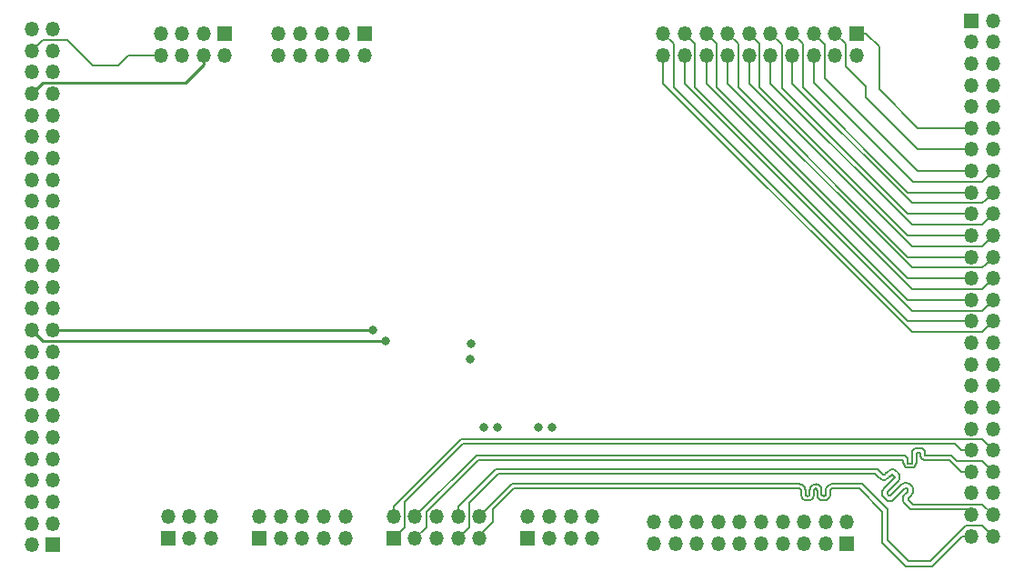
<source format=gbr>
G04 #@! TF.GenerationSoftware,KiCad,Pcbnew,(5.1.2)-1*
G04 #@! TF.CreationDate,2019-06-05T20:45:29-04:00*
G04 #@! TF.ProjectId,riser,72697365-722e-46b6-9963-61645f706362,rev?*
G04 #@! TF.SameCoordinates,Original*
G04 #@! TF.FileFunction,Copper,L1,Top*
G04 #@! TF.FilePolarity,Positive*
%FSLAX46Y46*%
G04 Gerber Fmt 4.6, Leading zero omitted, Abs format (unit mm)*
G04 Created by KiCad (PCBNEW (5.1.2)-1) date 2019-06-05 20:45:29*
%MOMM*%
%LPD*%
G04 APERTURE LIST*
%ADD10O,1.350000X1.350000*%
%ADD11R,1.350000X1.350000*%
%ADD12C,0.800000*%
%ADD13C,0.200000*%
%ADD14C,0.250000*%
G04 APERTURE END LIST*
D10*
X93300000Y-71600000D03*
X95300000Y-71600000D03*
X93300000Y-73600000D03*
X95300000Y-73600000D03*
X93300000Y-75600000D03*
X95300000Y-75600000D03*
X93300000Y-77600000D03*
X95300000Y-77600000D03*
X93300000Y-79600000D03*
X95300000Y-79600000D03*
X93300000Y-81600000D03*
X95300000Y-81600000D03*
X93300000Y-83600000D03*
X95300000Y-83600000D03*
X93300000Y-85600000D03*
X95300000Y-85600000D03*
X93300000Y-87600000D03*
X95300000Y-87600000D03*
X93300000Y-89600000D03*
X95300000Y-89600000D03*
X93300000Y-91600000D03*
X95300000Y-91600000D03*
X93300000Y-93600000D03*
X95300000Y-93600000D03*
X93300000Y-95600000D03*
X95300000Y-95600000D03*
X93300000Y-97600000D03*
X95300000Y-97600000D03*
X93300000Y-99600000D03*
X95300000Y-99600000D03*
X93300000Y-101600000D03*
X95300000Y-101600000D03*
X93300000Y-103600000D03*
X95300000Y-103600000D03*
X93300000Y-105600000D03*
X95300000Y-105600000D03*
X93300000Y-107600000D03*
X95300000Y-107600000D03*
X93300000Y-109600000D03*
X95300000Y-109600000D03*
X93300000Y-111600000D03*
X95300000Y-111600000D03*
X93300000Y-113600000D03*
X95300000Y-113600000D03*
X93300000Y-115600000D03*
X95300000Y-115600000D03*
X93300000Y-117600000D03*
X95300000Y-117600000D03*
X93300000Y-119600000D03*
D11*
X95300000Y-119600000D03*
D10*
X182800000Y-118800000D03*
X180800000Y-118800000D03*
X182800000Y-116800000D03*
X180800000Y-116800000D03*
X182800000Y-114800000D03*
X180800000Y-114800000D03*
X182800000Y-112800000D03*
X180800000Y-112800000D03*
X182800000Y-110800000D03*
X180800000Y-110800000D03*
X182800000Y-108800000D03*
X180800000Y-108800000D03*
X182800000Y-106800000D03*
X180800000Y-106800000D03*
X182800000Y-104800000D03*
X180800000Y-104800000D03*
X182800000Y-102800000D03*
X180800000Y-102800000D03*
X182800000Y-100800000D03*
X180800000Y-100800000D03*
X182800000Y-98800000D03*
X180800000Y-98800000D03*
X182800000Y-96800000D03*
X180800000Y-96800000D03*
X182800000Y-94800000D03*
X180800000Y-94800000D03*
X182800000Y-92800000D03*
X180800000Y-92800000D03*
X182800000Y-90800000D03*
X180800000Y-90800000D03*
X182800000Y-88800000D03*
X180800000Y-88800000D03*
X182800000Y-86800000D03*
X180800000Y-86800000D03*
X182800000Y-84800000D03*
X180800000Y-84800000D03*
X182800000Y-82800000D03*
X180800000Y-82800000D03*
X182800000Y-80800000D03*
X180800000Y-80800000D03*
X182800000Y-78800000D03*
X180800000Y-78800000D03*
X182800000Y-76800000D03*
X180800000Y-76800000D03*
X182800000Y-74800000D03*
X180800000Y-74800000D03*
X182800000Y-72800000D03*
X180800000Y-72800000D03*
X182800000Y-70800000D03*
D11*
X180800000Y-70800000D03*
D10*
X145500000Y-117000000D03*
X145500000Y-119000000D03*
X143500000Y-117000000D03*
X143500000Y-119000000D03*
X141500000Y-117000000D03*
X141500000Y-119000000D03*
X139500000Y-117000000D03*
D11*
X139500000Y-119000000D03*
D10*
X122500000Y-117000000D03*
X122500000Y-119000000D03*
X120500000Y-117000000D03*
X120500000Y-119000000D03*
X118500000Y-117000000D03*
X118500000Y-119000000D03*
X116500000Y-117000000D03*
X116500000Y-119000000D03*
X114500000Y-117000000D03*
D11*
X114500000Y-119000000D03*
D10*
X135000000Y-117000000D03*
X135000000Y-119000000D03*
X133000000Y-117000000D03*
X133000000Y-119000000D03*
X131000000Y-117000000D03*
X131000000Y-119000000D03*
X129000000Y-117000000D03*
X129000000Y-119000000D03*
X127000000Y-117000000D03*
D11*
X127000000Y-119000000D03*
D10*
X105300000Y-74000000D03*
X105300000Y-72000000D03*
X107300000Y-74000000D03*
X107300000Y-72000000D03*
X109300000Y-74000000D03*
X109300000Y-72000000D03*
X111300000Y-74000000D03*
D11*
X111300000Y-72000000D03*
D10*
X116300000Y-74000000D03*
X116300000Y-72000000D03*
X118300000Y-74000000D03*
X118300000Y-72000000D03*
X120300000Y-74000000D03*
X120300000Y-72000000D03*
X122300000Y-74000000D03*
X122300000Y-72000000D03*
X124300000Y-74000000D03*
D11*
X124300000Y-72000000D03*
D10*
X152100000Y-74000000D03*
X152100000Y-72000000D03*
X154100000Y-74000000D03*
X154100000Y-72000000D03*
X156100000Y-74000000D03*
X156100000Y-72000000D03*
X158100000Y-74000000D03*
X158100000Y-72000000D03*
X160100000Y-74000000D03*
X160100000Y-72000000D03*
X162100000Y-74000000D03*
X162100000Y-72000000D03*
X164100000Y-74000000D03*
X164100000Y-72000000D03*
X166100000Y-74000000D03*
X166100000Y-72000000D03*
X168100000Y-74000000D03*
X168100000Y-72000000D03*
X170100000Y-74000000D03*
D11*
X170100000Y-72000000D03*
D10*
X110000000Y-117000000D03*
X110000000Y-119000000D03*
X108000000Y-117000000D03*
X108000000Y-119000000D03*
X106000000Y-117000000D03*
D11*
X106000000Y-119000000D03*
D10*
X151220040Y-117494080D03*
X151220040Y-119494080D03*
X153220040Y-117494080D03*
X153220040Y-119494080D03*
X155220040Y-117494080D03*
X155220040Y-119494080D03*
X157220040Y-117494080D03*
X157220040Y-119494080D03*
X159220040Y-117494080D03*
X159220040Y-119494080D03*
X161220040Y-117494080D03*
X161220040Y-119494080D03*
X163220040Y-117494080D03*
X163220040Y-119494080D03*
X165220040Y-117494080D03*
X165220040Y-119494080D03*
X167220040Y-117494080D03*
X167220040Y-119494080D03*
X169220040Y-117494080D03*
D11*
X169220040Y-119494080D03*
D12*
X125070000Y-99600002D03*
X126230000Y-100600000D03*
X141720000Y-108640000D03*
X140450000Y-108640000D03*
X136640000Y-108640000D03*
X134213982Y-100906018D03*
X135370000Y-108640000D03*
X134100000Y-102290000D03*
D13*
X182125001Y-99474999D02*
X182800000Y-98800000D01*
X181824999Y-99775001D02*
X182125001Y-99474999D01*
X175254708Y-99775001D02*
X181824999Y-99775001D01*
X152100000Y-76620293D02*
X175254708Y-99775001D01*
X152100000Y-74000000D02*
X152100000Y-76620293D01*
X174845406Y-98800000D02*
X180800000Y-98800000D01*
X153075001Y-77029595D02*
X174845406Y-98800000D01*
X153075001Y-72975001D02*
X153075001Y-77029595D01*
X152100000Y-72000000D02*
X153075001Y-72975001D01*
X182125001Y-97474999D02*
X182800000Y-96800000D01*
X181775001Y-97824999D02*
X182125001Y-97474999D01*
X175304707Y-97824999D02*
X181775001Y-97824999D01*
X154100000Y-76620292D02*
X175304707Y-97824999D01*
X154100000Y-74000000D02*
X154100000Y-76620292D01*
X174845406Y-96800000D02*
X180800000Y-96800000D01*
X155075001Y-77029595D02*
X174845406Y-96800000D01*
X155075001Y-72975001D02*
X155075001Y-77029595D01*
X154100000Y-72000000D02*
X155075001Y-72975001D01*
X182125001Y-95474999D02*
X182800000Y-94800000D01*
X181775001Y-95824999D02*
X182125001Y-95474999D01*
X175304706Y-95824999D02*
X181775001Y-95824999D01*
X156100000Y-76620293D02*
X175304706Y-95824999D01*
X156100000Y-74000000D02*
X156100000Y-76620293D01*
X174845406Y-94800000D02*
X180800000Y-94800000D01*
X157075001Y-77029595D02*
X174845406Y-94800000D01*
X157075001Y-72975001D02*
X157075001Y-77029595D01*
X156100000Y-72000000D02*
X157075001Y-72975001D01*
X182125001Y-93474999D02*
X182800000Y-92800000D01*
X181824999Y-93775001D02*
X182125001Y-93474999D01*
X175254708Y-93775001D02*
X181824999Y-93775001D01*
X158100000Y-76620293D02*
X175254708Y-93775001D01*
X158100000Y-74000000D02*
X158100000Y-76620293D01*
X174845406Y-92800000D02*
X180800000Y-92800000D01*
X159075001Y-77029595D02*
X174845406Y-92800000D01*
X159075001Y-72975001D02*
X159075001Y-77029595D01*
X158100000Y-72000000D02*
X159075001Y-72975001D01*
X182125001Y-91474999D02*
X182800000Y-90800000D01*
X181824999Y-91775001D02*
X182125001Y-91474999D01*
X175254709Y-91775001D02*
X181824999Y-91775001D01*
X160100000Y-76620292D02*
X175254709Y-91775001D01*
X160100000Y-74000000D02*
X160100000Y-76620292D01*
X174845406Y-90800000D02*
X180800000Y-90800000D01*
X161075001Y-77029595D02*
X174845406Y-90800000D01*
X161075001Y-72975001D02*
X161075001Y-77029595D01*
X160100000Y-72000000D02*
X161075001Y-72975001D01*
X182125001Y-89474999D02*
X182800000Y-88800000D01*
X181824999Y-89775001D02*
X182125001Y-89474999D01*
X175254708Y-89775001D02*
X181824999Y-89775001D01*
X162100000Y-76620293D02*
X175254708Y-89775001D01*
X162100000Y-74000000D02*
X162100000Y-76620293D01*
X174845406Y-88800000D02*
X180800000Y-88800000D01*
X163124999Y-77079593D02*
X174845406Y-88800000D01*
X163124999Y-73024999D02*
X163124999Y-77079593D01*
X162100000Y-72000000D02*
X163124999Y-73024999D01*
X182125001Y-87474999D02*
X182800000Y-86800000D01*
X181824999Y-87775001D02*
X182125001Y-87474999D01*
X175254709Y-87775001D02*
X181824999Y-87775001D01*
X164100000Y-76620292D02*
X175254709Y-87775001D01*
X164100000Y-74000000D02*
X164100000Y-76620292D01*
X174845406Y-86800000D02*
X180800000Y-86800000D01*
X165075001Y-77029595D02*
X174845406Y-86800000D01*
X165075001Y-72975001D02*
X165075001Y-77029595D01*
X164100000Y-72000000D02*
X165075001Y-72975001D01*
X182125001Y-85474999D02*
X182800000Y-84800000D01*
X181824999Y-85775001D02*
X182125001Y-85474999D01*
X175331999Y-85775001D02*
X181824999Y-85775001D01*
X166100000Y-76543002D02*
X175331999Y-85775001D01*
X166100000Y-74000000D02*
X166100000Y-76543002D01*
X175800000Y-84800000D02*
X180800000Y-84800000D01*
X167120000Y-76120000D02*
X175800000Y-84800000D01*
X166100000Y-72000000D02*
X167120000Y-73020000D01*
X167120000Y-73020000D02*
X167120000Y-76120000D01*
X175800000Y-82800000D02*
X180800000Y-82800000D01*
X170930000Y-77930000D02*
X175800000Y-82800000D01*
X170930000Y-76890000D02*
X170930000Y-77930000D01*
X169075001Y-75035001D02*
X170930000Y-76890000D01*
X168100000Y-72000000D02*
X169075001Y-72975001D01*
X169075001Y-72975001D02*
X169075001Y-75035001D01*
X170975000Y-72000000D02*
X172200000Y-73225000D01*
X170100000Y-72000000D02*
X170975000Y-72000000D01*
X172200000Y-77200000D02*
X175800000Y-80800000D01*
X172200000Y-73225000D02*
X172200000Y-77200000D01*
X175800000Y-80800000D02*
X180800000Y-80800000D01*
D14*
X93974999Y-76925001D02*
X93300000Y-77600000D01*
X94300000Y-76600000D02*
X93974999Y-76925001D01*
X107600000Y-76600000D02*
X94300000Y-76600000D01*
X109300000Y-74000000D02*
X109300000Y-74900000D01*
X109300000Y-74900000D02*
X107600000Y-76600000D01*
D13*
X105300000Y-74000000D02*
X102320000Y-74000000D01*
X102320000Y-74000000D02*
X101330000Y-74990000D01*
X101330000Y-74990000D02*
X99000000Y-74990000D01*
X93974999Y-72925001D02*
X93300000Y-73600000D01*
X94324999Y-72575001D02*
X93974999Y-72925001D01*
X96585001Y-72575001D02*
X94324999Y-72575001D01*
X99000000Y-74990000D02*
X96585001Y-72575001D01*
D14*
X105300000Y-72000000D02*
X105070000Y-72000000D01*
X125069998Y-99600000D02*
X125070000Y-99600002D01*
X95300000Y-99600000D02*
X125069998Y-99600000D01*
X93974999Y-100274999D02*
X93300000Y-99600000D01*
X126230000Y-100600000D02*
X94300000Y-100600000D01*
X94300000Y-100600000D02*
X93974999Y-100274999D01*
D13*
X179845406Y-110800000D02*
X180800000Y-110800000D01*
X179220418Y-110175012D02*
X179845406Y-110800000D01*
X133434988Y-110175012D02*
X179220418Y-110175012D01*
X128024999Y-115585001D02*
X133434988Y-110175012D01*
X127000000Y-119000000D02*
X128024999Y-117975001D01*
X128024999Y-117975001D02*
X128024999Y-115585001D01*
X181775001Y-109775001D02*
X182125001Y-110125001D01*
X182125001Y-110125001D02*
X182800000Y-110800000D01*
X127000000Y-116044300D02*
X133269299Y-109775001D01*
X127000000Y-117000000D02*
X127000000Y-116044300D01*
X133269299Y-109775001D02*
X181775001Y-109775001D01*
X175317539Y-112415550D02*
X175411004Y-112382845D01*
X174903524Y-112426637D02*
X175219139Y-112426637D01*
X174557796Y-112260143D02*
X174627815Y-112330162D01*
X174505113Y-112176299D02*
X174557796Y-112260143D01*
X174461322Y-111984434D02*
X174472408Y-112082834D01*
X174461322Y-111757310D02*
X174461322Y-111984434D01*
X174459584Y-111741886D02*
X174461322Y-111757310D01*
X174805124Y-112415550D02*
X174903524Y-112426637D01*
X174454458Y-111727237D02*
X174459584Y-111741886D01*
X174435225Y-111703120D02*
X174446200Y-111714095D01*
X174407434Y-111689736D02*
X174422083Y-111694862D01*
X134877700Y-111688000D02*
X174392011Y-111687999D01*
X130024999Y-116540701D02*
X134877700Y-111688000D01*
X130024999Y-117975001D02*
X130024999Y-116540701D01*
X129000000Y-119000000D02*
X130024999Y-117975001D01*
X174472408Y-112082834D02*
X174505113Y-112176299D01*
X175219139Y-112426637D02*
X175317539Y-112415550D01*
X174392011Y-111687999D02*
X174407434Y-111689736D01*
X174422083Y-111694862D02*
X174435225Y-111703120D01*
X174627815Y-112330162D02*
X174711659Y-112382845D01*
X174446200Y-111714095D02*
X174454458Y-111727237D01*
X174711659Y-112382845D02*
X174805124Y-112415550D01*
X175411004Y-112382845D02*
X175494848Y-112330162D01*
X175494848Y-112330162D02*
X175564867Y-112260143D01*
X175564867Y-112260143D02*
X175617550Y-112176299D01*
X175617550Y-112176299D02*
X175650255Y-112082834D01*
X175650255Y-112082834D02*
X175661342Y-111984434D01*
X175661342Y-111984434D02*
X175661342Y-111487994D01*
X175661342Y-111487994D02*
X175667026Y-111487994D01*
X175667026Y-111487994D02*
X175667026Y-111043672D01*
X175667026Y-111043672D02*
X175668136Y-111033812D01*
X175668136Y-111033812D02*
X175671414Y-111024447D01*
X175671414Y-111024447D02*
X175676693Y-111016045D01*
X175676693Y-111016045D02*
X175683709Y-111009029D01*
X175683709Y-111009029D02*
X175692111Y-111003750D01*
X175692111Y-111003750D02*
X175701476Y-111000472D01*
X175701476Y-111000472D02*
X175711337Y-110999361D01*
X175711337Y-110999361D02*
X176022715Y-110999361D01*
X176022715Y-110999361D02*
X176032575Y-111000472D01*
X176032575Y-111000472D02*
X176041940Y-111003750D01*
X176041940Y-111003750D02*
X176050342Y-111009029D01*
X176050342Y-111009029D02*
X176057358Y-111016045D01*
X176057358Y-111016045D02*
X176062637Y-111024447D01*
X176062637Y-111024447D02*
X176065915Y-111033812D01*
X176065915Y-111033812D02*
X176067026Y-111043672D01*
X176067026Y-111043672D02*
X176067026Y-111269353D01*
X176067026Y-111269353D02*
X176077522Y-111362510D01*
X176077522Y-111362510D02*
X176108485Y-111450997D01*
X176108485Y-111450997D02*
X176158361Y-111530375D01*
X176158361Y-111530375D02*
X176224650Y-111596664D01*
X176224650Y-111596664D02*
X176304028Y-111646540D01*
X176304028Y-111646540D02*
X176392515Y-111677503D01*
X176392515Y-111677503D02*
X176485672Y-111687999D01*
X176485672Y-111687999D02*
X178733406Y-111688000D01*
X178733406Y-111688000D02*
X179845406Y-112800000D01*
X179845406Y-112800000D02*
X180800000Y-112800000D01*
X182125001Y-112125001D02*
X182800000Y-112800000D01*
X181794999Y-111794999D02*
X182125001Y-112125001D01*
X179406105Y-111794999D02*
X181794999Y-111794999D01*
X178899095Y-111287989D02*
X179406105Y-111794999D01*
X176511347Y-111287989D02*
X178899095Y-111287989D01*
X176501486Y-111286879D02*
X176511347Y-111287989D01*
X176492121Y-111283601D02*
X176501486Y-111286879D01*
X176483719Y-111278322D02*
X176492121Y-111283601D01*
X176476703Y-111271306D02*
X176483719Y-111278322D01*
X176471424Y-111262904D02*
X176476703Y-111271306D01*
X176468146Y-111253539D02*
X176471424Y-111262904D01*
X176467036Y-111243678D02*
X176468146Y-111253539D01*
X176467036Y-111017998D02*
X176467036Y-111243678D01*
X176456539Y-110924841D02*
X176467036Y-111017998D01*
X176425576Y-110836354D02*
X176456539Y-110924841D01*
X176375700Y-110756976D02*
X176425576Y-110836354D01*
X176309411Y-110690687D02*
X176375700Y-110756976D01*
X176230033Y-110640811D02*
X176309411Y-110690687D01*
X176141546Y-110609848D02*
X176230033Y-110640811D01*
X176048389Y-110599351D02*
X176141546Y-110609848D01*
X174887428Y-112011505D02*
X174900570Y-112019763D01*
X174900570Y-112019763D02*
X174915219Y-112024889D01*
X175222093Y-112019763D02*
X175235235Y-112011505D01*
X174863069Y-111972739D02*
X174868195Y-111987388D01*
X174876453Y-112000530D02*
X174887428Y-112011505D01*
X174861332Y-111957316D02*
X174863069Y-111972739D01*
X174850245Y-111631791D02*
X174861332Y-111730191D01*
X174861332Y-111730191D02*
X174861332Y-111957316D01*
X174868195Y-111987388D02*
X174876453Y-112000530D01*
X174817540Y-111538326D02*
X174850245Y-111631791D01*
X174915219Y-112024889D02*
X174930643Y-112026627D01*
X174764857Y-111454482D02*
X174817540Y-111538326D01*
X129000000Y-117000000D02*
X134712011Y-111287989D01*
X174419129Y-111287989D02*
X174517529Y-111299075D01*
X175358351Y-110756976D02*
X175424640Y-110690687D01*
X174517529Y-111299075D02*
X174610994Y-111331780D01*
X134712011Y-111287989D02*
X174419129Y-111287989D01*
X174610994Y-111331780D02*
X174694838Y-111384463D01*
X174694838Y-111384463D02*
X174764857Y-111454482D01*
X174930643Y-112026627D02*
X175192021Y-112026627D01*
X175261332Y-111957316D02*
X175261332Y-111487994D01*
X175192021Y-112026627D02*
X175207444Y-112024889D01*
X175207444Y-112024889D02*
X175222093Y-112019763D01*
X175235235Y-112011505D02*
X175246210Y-112000530D01*
X175685662Y-110599351D02*
X176048389Y-110599351D01*
X175246210Y-112000530D02*
X175254468Y-111987388D01*
X175254468Y-111987388D02*
X175259594Y-111972739D01*
X175592505Y-110609848D02*
X175685662Y-110599351D01*
X175259594Y-111972739D02*
X175261332Y-111957316D01*
X175261332Y-111487994D02*
X175267016Y-111487994D01*
X175277512Y-110924841D02*
X175308475Y-110836354D01*
X175267016Y-111487994D02*
X175267016Y-111017998D01*
X175308475Y-110836354D02*
X175358351Y-110756976D01*
X175267016Y-111017998D02*
X175277512Y-110924841D01*
X175424640Y-110690687D02*
X175504018Y-110640811D01*
X175504018Y-110640811D02*
X175592505Y-110609848D01*
X133674999Y-118325001D02*
X133000000Y-119000000D01*
X134024999Y-117975001D02*
X133674999Y-118325001D01*
X136738499Y-112958000D02*
X134024999Y-115671500D01*
X172285773Y-113442862D02*
X172172647Y-113352647D01*
X172416137Y-113505641D02*
X172285773Y-113442862D01*
X172701895Y-113537839D02*
X172557202Y-113537839D01*
X172973324Y-113442862D02*
X172842960Y-113505641D01*
X173086449Y-113352647D02*
X172973324Y-113442862D01*
X173288592Y-113150505D02*
X173086449Y-113352647D01*
X173323607Y-113122581D02*
X173288592Y-113150505D01*
X173363957Y-113103149D02*
X173323607Y-113122581D01*
X173407620Y-113093183D02*
X173363957Y-113103149D01*
X173452406Y-113093183D02*
X173407620Y-113093183D01*
X173496069Y-113103149D02*
X173452406Y-113093183D01*
X173536420Y-113122581D02*
X173496069Y-113103149D01*
X173571435Y-113150505D02*
X173536420Y-113122581D01*
X173599359Y-113185520D02*
X173571435Y-113150505D01*
X173618790Y-113225871D02*
X173599359Y-113185520D01*
X173628756Y-113269534D02*
X173618790Y-113225871D01*
X173628756Y-113314320D02*
X173628756Y-113269534D01*
X173618790Y-113357983D02*
X173628756Y-113314320D01*
X173599359Y-113398333D02*
X173618790Y-113357983D01*
X173571435Y-113433348D02*
X173599359Y-113398333D01*
X173084142Y-113920642D02*
X173571435Y-113433348D01*
X173084141Y-113920641D02*
X173084142Y-113920642D01*
X172651068Y-114353717D02*
X173084141Y-113920641D01*
X172626043Y-114378741D02*
X172651068Y-114353717D01*
X172545475Y-114479772D02*
X172626043Y-114378741D01*
X172489406Y-114596196D02*
X172545475Y-114479772D01*
X172460653Y-114722180D02*
X172489406Y-114596196D01*
X172460653Y-114851402D02*
X172460653Y-114722180D01*
X172489406Y-114977384D02*
X172460653Y-114851402D01*
X172545475Y-115093810D02*
X172489406Y-114977384D01*
X172626044Y-115194841D02*
X172545475Y-115093810D01*
X172779787Y-115348584D02*
X172626044Y-115194841D01*
X172880818Y-115429153D02*
X172779787Y-115348584D01*
X172997242Y-115485220D02*
X172880818Y-115429153D01*
X173123225Y-115513975D02*
X172997242Y-115485220D01*
X173252447Y-115513975D02*
X173123225Y-115513975D01*
X173378430Y-115485220D02*
X173252447Y-115513975D01*
X173494854Y-115429151D02*
X173378430Y-115485220D01*
X173595885Y-115348583D02*
X173494854Y-115429151D01*
X174541279Y-114403192D02*
X173595885Y-115348583D01*
X174576294Y-114375268D02*
X174541279Y-114403192D01*
X174616644Y-114355836D02*
X174576294Y-114375268D01*
X174660307Y-114345870D02*
X174616644Y-114355836D01*
X174705093Y-114345870D02*
X174660307Y-114345870D01*
X174748756Y-114355836D02*
X174705093Y-114345870D01*
X174789107Y-114375268D02*
X174748756Y-114355836D01*
X174824122Y-114403192D02*
X174789107Y-114375268D01*
X174852045Y-114438207D02*
X174824122Y-114403192D01*
X174871477Y-114478557D02*
X174852045Y-114438207D01*
X174881443Y-114522220D02*
X174871477Y-114478557D01*
X174881443Y-114567006D02*
X174881443Y-114522220D01*
X174871477Y-114610669D02*
X174881443Y-114567006D01*
X174852045Y-114651019D02*
X174871477Y-114610669D01*
X174824122Y-114686034D02*
X174852045Y-114651019D01*
X174650000Y-114860157D02*
X174824122Y-114686034D01*
X174621979Y-114888177D02*
X174650000Y-114860157D01*
X174531765Y-115001303D02*
X174621979Y-114888177D01*
X174468985Y-115131667D02*
X174531765Y-115001303D01*
X174436788Y-115272732D02*
X174468985Y-115131667D01*
X172842960Y-113505641D02*
X172701895Y-113537839D01*
X174531765Y-115688854D02*
X174468985Y-115558490D01*
X172557202Y-113537839D02*
X172416137Y-113505641D01*
X171778000Y-112958000D02*
X136738499Y-112958000D01*
X174468985Y-115558490D02*
X174436788Y-115417425D01*
X172172647Y-113352647D02*
X171778000Y-112958000D01*
X134024999Y-115671500D02*
X134024999Y-117975001D01*
X174621979Y-115801979D02*
X174531765Y-115688854D01*
X175080000Y-116260000D02*
X174621979Y-115801979D01*
X174436788Y-115417425D02*
X174436788Y-115272732D01*
X180800000Y-116800000D02*
X180260000Y-116260000D01*
X180260000Y-116260000D02*
X175080000Y-116260000D01*
X172994568Y-114876365D02*
X172976882Y-114854187D01*
X173120440Y-114997746D02*
X173098263Y-114980060D01*
X173145997Y-115010053D02*
X173120440Y-114997746D01*
X173173654Y-115016367D02*
X173145997Y-115010053D01*
X182800000Y-116800000D02*
X181824999Y-115824999D01*
X173255232Y-114997746D02*
X173229675Y-115010053D01*
X173277411Y-114980060D02*
X173255232Y-114997746D01*
X174946144Y-115411134D02*
X174936178Y-115367471D01*
X133000000Y-116045406D02*
X133000000Y-117000000D01*
X174469288Y-113878677D02*
X174338924Y-113941457D01*
X174755046Y-113846480D02*
X174610353Y-113846480D01*
X136487417Y-112557989D02*
X133000000Y-116045406D01*
X174896111Y-113878677D02*
X174755046Y-113846480D01*
X174338924Y-113941457D02*
X174225799Y-114031671D01*
X175026475Y-113941457D02*
X174896111Y-113878677D01*
X175195641Y-114087712D02*
X175139600Y-114031671D01*
X175348635Y-114331202D02*
X175285856Y-114200838D01*
X174225799Y-114031671D02*
X173277411Y-114980060D01*
X175195641Y-115001514D02*
X175285856Y-114888389D01*
X175285856Y-114200838D02*
X175195641Y-114087712D01*
X174610353Y-113846480D02*
X174469288Y-113878677D01*
X174993499Y-115486500D02*
X174965576Y-115451485D01*
X172735954Y-113009051D02*
X172695604Y-113028483D01*
X174965576Y-115238672D02*
X174993499Y-115203657D01*
X172488127Y-112981128D02*
X172064989Y-112557989D01*
X175139600Y-114031671D02*
X175026475Y-113941457D01*
X174946144Y-115279022D02*
X174965576Y-115238672D01*
X174936178Y-115367471D02*
X174936178Y-115322685D01*
X173098263Y-114980060D02*
X172994568Y-114876365D01*
X174936178Y-115322685D02*
X174946144Y-115279022D01*
X174993499Y-115203657D02*
X175195641Y-115001514D01*
X174033170Y-112948151D02*
X173942955Y-112835026D01*
X175348635Y-114758025D02*
X175380833Y-114616960D01*
X173202020Y-115016367D02*
X173173654Y-115016367D01*
X175285856Y-114888389D02*
X175348635Y-114758025D01*
X175380833Y-114616960D02*
X175380833Y-114472267D01*
X173229675Y-115010053D02*
X173202020Y-115016367D01*
X175380833Y-114472267D02*
X175348635Y-114331202D01*
X172976882Y-114854187D02*
X172964573Y-114828629D01*
X172964573Y-114828629D02*
X172958261Y-114800973D01*
X172958261Y-114800973D02*
X172958261Y-114772607D01*
X172958261Y-114772607D02*
X172964573Y-114744951D01*
X172964573Y-114744951D02*
X172976882Y-114719395D01*
X181824999Y-115824999D02*
X175331999Y-115824999D01*
X172976882Y-114719395D02*
X172994568Y-114697217D01*
X172994568Y-114697217D02*
X173427641Y-114264141D01*
X173427641Y-114264141D02*
X173942955Y-113748828D01*
X173942955Y-113748828D02*
X174033170Y-113635702D01*
X175331999Y-115824999D02*
X174993499Y-115486500D01*
X174033170Y-113635702D02*
X174095950Y-113505338D01*
X174095950Y-113505338D02*
X174128147Y-113364273D01*
X174128147Y-113364273D02*
X174128147Y-113219580D01*
X174128147Y-113219580D02*
X174095950Y-113078515D01*
X174965576Y-115451485D02*
X174946144Y-115411134D01*
X174095950Y-113078515D02*
X174033170Y-112948151D01*
X173942955Y-112835026D02*
X173886914Y-112778985D01*
X173886914Y-112778985D02*
X173773789Y-112688771D01*
X173773789Y-112688771D02*
X173643425Y-112625991D01*
X173643425Y-112625991D02*
X173502360Y-112593794D01*
X173502360Y-112593794D02*
X173357667Y-112593794D01*
X173357667Y-112593794D02*
X173216602Y-112625991D01*
X173216602Y-112625991D02*
X173086238Y-112688771D01*
X173086238Y-112688771D02*
X172973113Y-112778985D01*
X172973113Y-112778985D02*
X172770969Y-112981128D01*
X172770969Y-112981128D02*
X172735954Y-113009051D01*
X172695604Y-113028483D02*
X172651941Y-113038449D01*
X172651941Y-113038449D02*
X172607155Y-113038449D01*
X172607155Y-113038449D02*
X172563492Y-113028483D01*
X172563492Y-113028483D02*
X172523142Y-113009051D01*
X172523142Y-113009051D02*
X172488127Y-112981128D01*
X172064989Y-112557989D02*
X136487417Y-112557989D01*
X136259000Y-117445000D02*
X135000000Y-118704000D01*
X136259000Y-116323500D02*
X136259000Y-117445000D01*
X138227500Y-114355000D02*
X136259000Y-116323500D01*
X164779484Y-114360014D02*
X164734980Y-114354999D01*
X164859677Y-114398633D02*
X164821756Y-114374806D01*
X164891346Y-114430302D02*
X164859677Y-114398633D01*
X164934980Y-114554999D02*
X164929965Y-114510495D01*
X164990966Y-115143082D02*
X164949154Y-115023590D01*
X165147836Y-115339790D02*
X165058319Y-115250273D01*
X165255027Y-115407143D02*
X165147836Y-115339790D01*
X165500319Y-115463129D02*
X165374519Y-115448955D01*
X165569660Y-115463129D02*
X165500319Y-115463129D01*
X165695460Y-115448955D02*
X165569660Y-115463129D01*
X165814952Y-115407143D02*
X165695460Y-115448955D01*
X165922143Y-115339790D02*
X165814952Y-115407143D01*
X166011660Y-115250273D02*
X165922143Y-115339790D01*
X166135000Y-114897790D02*
X166120825Y-115023590D01*
X166135000Y-114554999D02*
X166135000Y-114897790D01*
X166140014Y-114510495D02*
X166135000Y-114554999D01*
X166154806Y-114468223D02*
X166140014Y-114510495D01*
X166178633Y-114430302D02*
X166154806Y-114468223D01*
X166248223Y-114374806D02*
X166210302Y-114398633D01*
X166290495Y-114360014D02*
X166248223Y-114374806D01*
X166335000Y-114354999D02*
X166290495Y-114360014D01*
X166234980Y-114354999D02*
X166335000Y-114354999D01*
X166279484Y-114360014D02*
X166234980Y-114354999D01*
X166321756Y-114374806D02*
X166279484Y-114360014D01*
X166359677Y-114398633D02*
X166321756Y-114374806D01*
X166391346Y-114430302D02*
X166359677Y-114398633D01*
X166415173Y-114468223D02*
X166391346Y-114430302D01*
X135000000Y-118704000D02*
X135000000Y-119000000D01*
X166429965Y-114510495D02*
X166415173Y-114468223D01*
X166434980Y-114554999D02*
X166429965Y-114510495D01*
X166558319Y-115250273D02*
X166490966Y-115143082D01*
X166755027Y-115407143D02*
X166647836Y-115339790D01*
X166874519Y-115448955D02*
X166755027Y-115407143D01*
X167620825Y-115023590D02*
X167579013Y-115143082D01*
X167654806Y-114468223D02*
X167640014Y-114510495D01*
X167678633Y-114430302D02*
X167654806Y-114468223D01*
X167710302Y-114398633D02*
X167678633Y-114430302D01*
X164934980Y-114897790D02*
X164934980Y-114554999D01*
X164949154Y-115023590D02*
X164934980Y-114897790D01*
X166490966Y-115143082D02*
X166449154Y-115023590D01*
X167000319Y-115463129D02*
X166874519Y-115448955D01*
X165374519Y-115448955D02*
X165255027Y-115407143D01*
X166079013Y-115143082D02*
X166011660Y-115250273D01*
X166434980Y-114897790D02*
X166434980Y-114554999D01*
X167835000Y-114354999D02*
X167790495Y-114360014D01*
X166647836Y-115339790D02*
X166558319Y-115250273D01*
X167314952Y-115407143D02*
X167195460Y-115448955D01*
X177133200Y-121585000D02*
X174716800Y-121585000D01*
X167069660Y-115463129D02*
X167000319Y-115463129D01*
X167635000Y-114554999D02*
X167635000Y-114897790D01*
X167511660Y-115250273D02*
X167422143Y-115339790D01*
X166210302Y-114398633D02*
X166178633Y-114430302D01*
X167748223Y-114374806D02*
X167710302Y-114398633D01*
X167635000Y-114897790D02*
X167620825Y-115023590D01*
X165058319Y-115250273D02*
X164990966Y-115143082D01*
X167422143Y-115339790D02*
X167314952Y-115407143D01*
X170356800Y-114355000D02*
X167835000Y-114354999D01*
X164929965Y-114510495D02*
X164915173Y-114468223D01*
X174716800Y-121585000D02*
X172515000Y-119383200D01*
X167195460Y-115448955D02*
X167069660Y-115463129D01*
X179918200Y-118800000D02*
X177133200Y-121585000D01*
X166449154Y-115023590D02*
X166434980Y-114897790D01*
X166120825Y-115023590D02*
X166079013Y-115143082D01*
X167640014Y-114510495D02*
X167635000Y-114554999D01*
X164915173Y-114468223D02*
X164891346Y-114430302D01*
X164821756Y-114374806D02*
X164779484Y-114360014D01*
X164734980Y-114354999D02*
X138227500Y-114355000D01*
X172515000Y-116513200D02*
X170356800Y-114355000D01*
X167790495Y-114360014D02*
X167748223Y-114374806D01*
X167579013Y-115143082D02*
X167511660Y-115250273D01*
X180800000Y-118800000D02*
X179918200Y-118800000D01*
X172515000Y-119383200D02*
X172515000Y-116513200D01*
X166622133Y-114078329D02*
X166514942Y-114010976D01*
X166820815Y-114394529D02*
X166779003Y-114275037D01*
X166834990Y-114520329D02*
X166820815Y-114394529D01*
X166840004Y-114907624D02*
X166834990Y-114863119D01*
X166854796Y-114949896D02*
X166840004Y-114907624D01*
X166878623Y-114987817D02*
X166854796Y-114949896D01*
X166834990Y-114863119D02*
X166834990Y-114520329D01*
X165448213Y-115043313D02*
X165410292Y-115019486D01*
X166910292Y-115019486D02*
X166878623Y-114987817D01*
X166948213Y-115043313D02*
X166910292Y-115019486D01*
X166990485Y-115058105D02*
X166948213Y-115043313D01*
X165490485Y-115058105D02*
X165448213Y-115043313D01*
X167034990Y-115063119D02*
X166990485Y-115058105D01*
X167121766Y-115043313D02*
X167079494Y-115058105D01*
X167191356Y-114987817D02*
X167159687Y-115019486D01*
X167215183Y-114949896D02*
X167191356Y-114987817D01*
X167229975Y-114907624D02*
X167215183Y-114949896D01*
X172965000Y-119196800D02*
X172965000Y-116326800D01*
X138045011Y-113954989D02*
X135000000Y-117000000D01*
X167079494Y-115058105D02*
X167034990Y-115063119D01*
X172965000Y-116326800D02*
X170593189Y-113954989D01*
X182800000Y-118800000D02*
X181824999Y-117824999D01*
X166779003Y-114275037D02*
X166711650Y-114167846D01*
X181824999Y-117824999D02*
X180256801Y-117824999D01*
X165354796Y-114949896D02*
X165340004Y-114907624D01*
X167358329Y-114167846D02*
X167290976Y-114275037D01*
X165014942Y-114010976D02*
X164895450Y-113969164D01*
X165320815Y-114394529D02*
X165279003Y-114275037D01*
X166711650Y-114167846D02*
X166622133Y-114078329D01*
X165122133Y-114078329D02*
X165014942Y-114010976D01*
X165334990Y-114520329D02*
X165320815Y-114394529D01*
X170593189Y-113954989D02*
X167800329Y-113954989D01*
X165410292Y-115019486D02*
X165378623Y-114987817D01*
X167800329Y-113954989D02*
X167674529Y-113969164D01*
X167249164Y-114394529D02*
X167234990Y-114520329D01*
X167674529Y-113969164D02*
X167555037Y-114010976D01*
X176946800Y-121135000D02*
X174903200Y-121135000D01*
X167555037Y-114010976D02*
X167447846Y-114078329D01*
X167447846Y-114078329D02*
X167358329Y-114167846D01*
X180256801Y-117824999D02*
X176946800Y-121135000D01*
X167290976Y-114275037D02*
X167249164Y-114394529D01*
X166514942Y-114010976D02*
X166395450Y-113969164D01*
X164895450Y-113969164D02*
X164769650Y-113954989D01*
X165279003Y-114275037D02*
X165211650Y-114167846D01*
X166395450Y-113969164D02*
X166269650Y-113954989D01*
X166269650Y-113954989D02*
X166300329Y-113954989D01*
X165340004Y-114907624D02*
X165334990Y-114863119D01*
X167234990Y-114520329D02*
X167234990Y-114863119D01*
X166300329Y-113954989D02*
X166174529Y-113969164D01*
X164769650Y-113954989D02*
X138045011Y-113954989D01*
X166174529Y-113969164D02*
X166055037Y-114010976D01*
X165378623Y-114987817D02*
X165354796Y-114949896D01*
X167159687Y-115019486D02*
X167121766Y-115043313D01*
X166055037Y-114010976D02*
X165947846Y-114078329D01*
X165947846Y-114078329D02*
X165858329Y-114167846D01*
X165858329Y-114167846D02*
X165790976Y-114275037D01*
X165790976Y-114275037D02*
X165749164Y-114394529D01*
X165749164Y-114394529D02*
X165734990Y-114520329D01*
X165734990Y-114520329D02*
X165734990Y-114863119D01*
X165734990Y-114863119D02*
X165729975Y-114907624D01*
X165729975Y-114907624D02*
X165715183Y-114949896D01*
X165715183Y-114949896D02*
X165691356Y-114987817D01*
X165691356Y-114987817D02*
X165659687Y-115019486D01*
X165659687Y-115019486D02*
X165621766Y-115043313D01*
X165621766Y-115043313D02*
X165579494Y-115058105D01*
X165579494Y-115058105D02*
X165534990Y-115063119D01*
X165534990Y-115063119D02*
X165490485Y-115058105D01*
X165334990Y-114863119D02*
X165334990Y-114520329D01*
X165211650Y-114167846D02*
X165122133Y-114078329D01*
X174903200Y-121135000D02*
X172965000Y-119196800D01*
X167234990Y-114863119D02*
X167229975Y-114907624D01*
M02*

</source>
